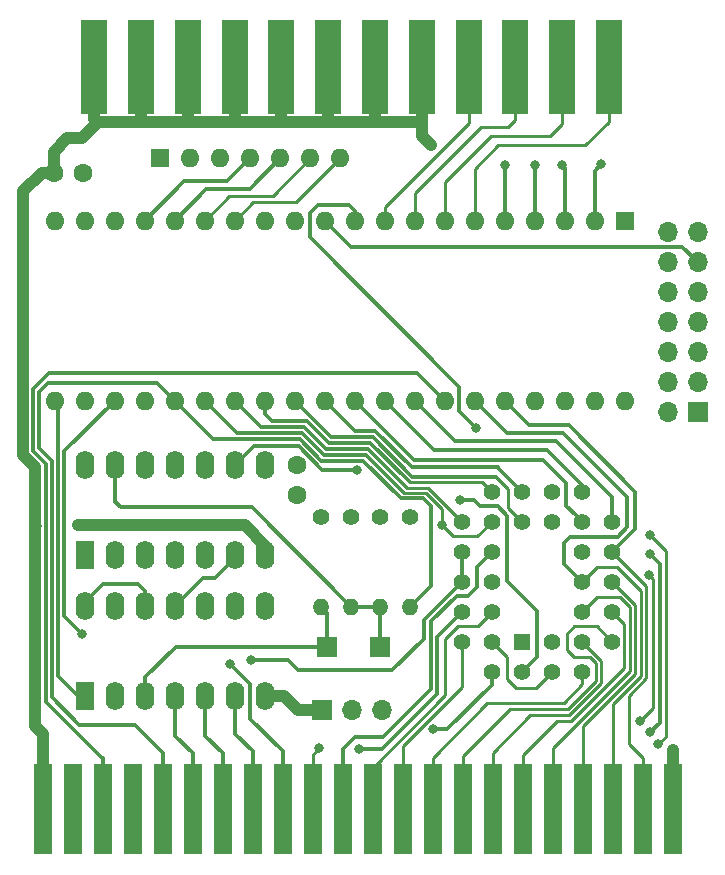
<source format=gbr>
%TF.GenerationSoftware,KiCad,Pcbnew,8.0.4*%
%TF.CreationDate,2024-08-11T23:39:21-04:00*%
%TF.ProjectId,RTC-Link2p,5254432d-4c69-46e6-9b32-702e6b696361,rev?*%
%TF.SameCoordinates,Original*%
%TF.FileFunction,Copper,L2,Bot*%
%TF.FilePolarity,Positive*%
%FSLAX46Y46*%
G04 Gerber Fmt 4.6, Leading zero omitted, Abs format (unit mm)*
G04 Created by KiCad (PCBNEW 8.0.4) date 2024-08-11 23:39:21*
%MOMM*%
%LPD*%
G01*
G04 APERTURE LIST*
%TA.AperFunction,ComponentPad*%
%ADD10C,1.400000*%
%TD*%
%TA.AperFunction,ComponentPad*%
%ADD11O,1.400000X1.400000*%
%TD*%
%TA.AperFunction,ComponentPad*%
%ADD12R,1.600000X2.400000*%
%TD*%
%TA.AperFunction,ComponentPad*%
%ADD13O,1.600000X2.400000*%
%TD*%
%TA.AperFunction,ComponentPad*%
%ADD14R,1.600000X1.600000*%
%TD*%
%TA.AperFunction,ComponentPad*%
%ADD15O,1.600000X1.600000*%
%TD*%
%TA.AperFunction,ConnectorPad*%
%ADD16R,1.524000X7.620000*%
%TD*%
%TA.AperFunction,ComponentPad*%
%ADD17R,1.700000X1.700000*%
%TD*%
%TA.AperFunction,ComponentPad*%
%ADD18O,1.700000X1.700000*%
%TD*%
%TA.AperFunction,ComponentPad*%
%ADD19C,1.600000*%
%TD*%
%TA.AperFunction,ComponentPad*%
%ADD20R,1.422400X1.422400*%
%TD*%
%TA.AperFunction,ComponentPad*%
%ADD21C,1.422400*%
%TD*%
%TA.AperFunction,ConnectorPad*%
%ADD22R,2.286000X8.000000*%
%TD*%
%TA.AperFunction,ViaPad*%
%ADD23C,0.800000*%
%TD*%
%TA.AperFunction,Conductor*%
%ADD24C,0.300000*%
%TD*%
%TA.AperFunction,Conductor*%
%ADD25C,1.000000*%
%TD*%
%TA.AperFunction,Conductor*%
%ADD26C,0.250000*%
%TD*%
G04 APERTURE END LIST*
D10*
%TO.P,R10,1*%
%TO.N,5V*%
X149250000Y-88250000D03*
D11*
%TO.P,R10,2*%
%TO.N,Net-(J2-Pin_1)*%
X149250000Y-95870000D03*
%TD*%
D12*
%TO.P,U2,1*%
%TO.N,R{slash}~{W}*%
X129260000Y-103460000D03*
D13*
%TO.P,U2,2*%
%TO.N,Net-(U2-Pad2)*%
X131800000Y-103460000D03*
%TO.P,U2,3*%
%TO.N,Net-(J2-Pin_1)*%
X134340000Y-103460000D03*
%TO.P,U2,4*%
%TO.N,A15*%
X136880000Y-103460000D03*
%TO.P,U2,5*%
%TO.N,A14*%
X139420000Y-103460000D03*
%TO.P,U2,6*%
%TO.N,A13*%
X141960000Y-103460000D03*
%TO.P,U2,7,GND*%
%TO.N,GND*%
X144500000Y-103460000D03*
%TO.P,U2,8*%
%TO.N,~{GAME}*%
X144500000Y-95840000D03*
%TO.P,U2,9*%
%TO.N,N/C*%
X141960000Y-95840000D03*
%TO.P,U2,10*%
X139420000Y-95840000D03*
%TO.P,U2,11*%
%TO.N,Net-(U2-Pad11)*%
X136880000Y-95840000D03*
%TO.P,U2,12*%
%TO.N,5V*%
X134340000Y-95840000D03*
%TO.P,U2,13*%
%TO.N,N/C*%
X131800000Y-95840000D03*
%TO.P,U2,14,VCC*%
%TO.N,5V*%
X129260000Y-95840000D03*
%TD*%
D14*
%TO.P,U1,1,VSS*%
%TO.N,GND*%
X174925000Y-63165000D03*
D15*
%TO.P,U1,2,PA0*%
%TO.N,PA0*%
X172385000Y-63165000D03*
%TO.P,U1,3,PA1*%
%TO.N,PA1*%
X169845000Y-63165000D03*
%TO.P,U1,4,PA2*%
%TO.N,PA2*%
X167305000Y-63165000D03*
%TO.P,U1,5,PA3*%
%TO.N,PA3*%
X164765000Y-63165000D03*
%TO.P,U1,6,PA4*%
%TO.N,PA4*%
X162225000Y-63165000D03*
%TO.P,U1,7,PA5*%
%TO.N,PA5*%
X159685000Y-63165000D03*
%TO.P,U1,8,PA6*%
%TO.N,PA6*%
X157145000Y-63165000D03*
%TO.P,U1,9,PA7*%
%TO.N,PA7*%
X154605000Y-63165000D03*
%TO.P,U1,10,PB0*%
%TO.N,PB0*%
X152065000Y-63165000D03*
%TO.P,U1,11,PB1*%
%TO.N,PB1*%
X149525000Y-63165000D03*
%TO.P,U1,12,PB2*%
%TO.N,PB2*%
X146985000Y-63165000D03*
%TO.P,U1,13,PB3*%
%TO.N,PB3*%
X144445000Y-63165000D03*
%TO.P,U1,14,PB4*%
%TO.N,PB4*%
X141905000Y-63165000D03*
%TO.P,U1,15,PB5*%
%TO.N,PB5*%
X139365000Y-63165000D03*
%TO.P,U1,16,PB6*%
%TO.N,PB6*%
X136825000Y-63165000D03*
%TO.P,U1,17,PB7*%
%TO.N,PB7*%
X134285000Y-63165000D03*
%TO.P,U1,18,CB1*%
%TO.N,unconnected-(U1-CB1-Pad18)*%
X131745000Y-63165000D03*
%TO.P,U1,19,CB2*%
%TO.N,unconnected-(U1-CB2-Pad19)*%
X129205000Y-63165000D03*
%TO.P,U1,20,VCC*%
%TO.N,5V*%
X126665000Y-63165000D03*
%TO.P,U1,21,R/~{W}*%
%TO.N,R{slash}~{W}*%
X126665000Y-78405000D03*
%TO.P,U1,22,CS0*%
%TO.N,5V*%
X129205000Y-78405000D03*
%TO.P,U1,23,~{CS2}*%
%TO.N,~{IO1}*%
X131745000Y-78405000D03*
%TO.P,U1,24,CS1*%
%TO.N,5V*%
X134285000Y-78405000D03*
%TO.P,U1,25,ENABLE*%
%TO.N,PHI2*%
X136825000Y-78405000D03*
%TO.P,U1,26,D7*%
%TO.N,D7*%
X139365000Y-78405000D03*
%TO.P,U1,27,D6*%
%TO.N,D6*%
X141905000Y-78405000D03*
%TO.P,U1,28,D5*%
%TO.N,D5*%
X144445000Y-78405000D03*
%TO.P,U1,29,D4*%
%TO.N,D4*%
X146985000Y-78405000D03*
%TO.P,U1,30,D3*%
%TO.N,D3*%
X149525000Y-78405000D03*
%TO.P,U1,31,D2*%
%TO.N,D2*%
X152065000Y-78405000D03*
%TO.P,U1,32,D1*%
%TO.N,D1*%
X154605000Y-78405000D03*
%TO.P,U1,33,D0*%
%TO.N,D0*%
X157145000Y-78405000D03*
%TO.P,U1,34,~{RESET}*%
%TO.N,~{RESET}*%
X159685000Y-78405000D03*
%TO.P,U1,35,RS1*%
%TO.N,A1*%
X162225000Y-78405000D03*
%TO.P,U1,36,RS0*%
%TO.N,A0*%
X164765000Y-78405000D03*
%TO.P,U1,37,~{IRQB}*%
%TO.N,unconnected-(U1-~{IRQB}-Pad37)*%
X167305000Y-78405000D03*
%TO.P,U1,38,~{IRQA}*%
%TO.N,unconnected-(U1-~{IRQA}-Pad38)*%
X169845000Y-78405000D03*
%TO.P,U1,39,CA2*%
%TO.N,CA2*%
X172385000Y-78405000D03*
%TO.P,U1,40,CA1*%
%TO.N,CA1*%
X174925000Y-78405000D03*
%TD*%
D16*
%TO.P,P1,23,GND*%
%TO.N,GND*%
X125660000Y-113000000D03*
%TO.P,P1,24,~{ROMH}*%
%TO.N,unconnected-(P1-~{ROMH}-Pad24)*%
X128200000Y-113000000D03*
%TO.P,P1,25,~{RESET}*%
%TO.N,~{RESET}*%
X130740000Y-113000000D03*
%TO.P,P1,26,~{NMI}*%
%TO.N,unconnected-(P1-~{NMI}-Pad26)*%
X133280000Y-113000000D03*
%TO.P,P1,27,PHI2*%
%TO.N,PHI2*%
X135820000Y-113000000D03*
%TO.P,P1,28,A15*%
%TO.N,A15*%
X138360000Y-113000000D03*
%TO.P,P1,29,A14*%
%TO.N,A14*%
X140900000Y-113000000D03*
%TO.P,P1,30,A13*%
%TO.N,A13*%
X143440000Y-113000000D03*
%TO.P,P1,31,A12*%
%TO.N,A12*%
X145980000Y-113000000D03*
%TO.P,P1,32,A11*%
%TO.N,A11*%
X148520000Y-113000000D03*
%TO.P,P1,33,A10*%
%TO.N,A10*%
X151060000Y-113000000D03*
%TO.P,P1,34,A9*%
%TO.N,A9*%
X153600000Y-113000000D03*
%TO.P,P1,35,A8*%
%TO.N,A8*%
X156140000Y-113000000D03*
%TO.P,P1,36,A7*%
%TO.N,A7*%
X158680000Y-113000000D03*
%TO.P,P1,37,A6*%
%TO.N,A6*%
X161220000Y-113000000D03*
%TO.P,P1,38,A5*%
%TO.N,A5*%
X163760000Y-113000000D03*
%TO.P,P1,39,A4*%
%TO.N,A4*%
X166300000Y-113000000D03*
%TO.P,P1,40,A3*%
%TO.N,A3*%
X168840000Y-113000000D03*
%TO.P,P1,41,A2*%
%TO.N,A2*%
X171380000Y-113000000D03*
%TO.P,P1,42,A1*%
%TO.N,A1*%
X173920000Y-113000000D03*
%TO.P,P1,43,A0*%
%TO.N,A0*%
X176460000Y-113000000D03*
%TO.P,P1,44,GND*%
%TO.N,GND*%
X179000000Y-113000000D03*
%TD*%
D17*
%TO.P,J4,1,Pin_1*%
%TO.N,GND*%
X149301200Y-104622600D03*
D18*
%TO.P,J4,2,Pin_2*%
%TO.N,Net-(J4-Pin_2)*%
X151841200Y-104622600D03*
%TO.P,J4,3,Pin_3*%
%TO.N,5V*%
X154381200Y-104622600D03*
%TD*%
D17*
%TO.P,J3,1,Pin_1*%
%TO.N,Net-(J3-Pin_1)*%
X154250000Y-99245000D03*
%TD*%
D19*
%TO.P,C1,1*%
%TO.N,5V*%
X129100000Y-59100000D03*
%TO.P,C1,2*%
%TO.N,GND*%
X126600000Y-59100000D03*
%TD*%
D10*
%TO.P,R7,1*%
%TO.N,5V*%
X151750000Y-88250000D03*
D11*
%TO.P,R7,2*%
%TO.N,Net-(J3-Pin_1)*%
X151750000Y-95870000D03*
%TD*%
D14*
%TO.P,RN1,1,common*%
%TO.N,5V*%
X135559800Y-57835800D03*
D15*
%TO.P,RN1,2,R1*%
%TO.N,CA2*%
X138099800Y-57835800D03*
%TO.P,RN1,3,R2*%
%TO.N,PB2*%
X140639800Y-57835800D03*
%TO.P,RN1,4,R3*%
%TO.N,PB7*%
X143179800Y-57835800D03*
%TO.P,RN1,5,R4*%
%TO.N,PB6*%
X145719800Y-57835800D03*
%TO.P,RN1,6,R5*%
%TO.N,PB5*%
X148259800Y-57835800D03*
%TO.P,RN1,7,R6*%
%TO.N,PB4*%
X150799800Y-57835800D03*
%TD*%
D17*
%TO.P,J1,1,Pin_1*%
%TO.N,GND*%
X181100000Y-79400000D03*
D18*
%TO.P,J1,2,Pin_2*%
X178560000Y-79400000D03*
%TO.P,J1,3,Pin_3*%
%TO.N,PA7*%
X181100000Y-76860000D03*
%TO.P,J1,4,Pin_4*%
%TO.N,CA1*%
X178560000Y-76860000D03*
%TO.P,J1,5,Pin_5*%
%TO.N,PA5*%
X181100000Y-74320000D03*
%TO.P,J1,6,Pin_6*%
%TO.N,PA6*%
X178560000Y-74320000D03*
%TO.P,J1,7,Pin_7*%
%TO.N,PA3*%
X181100000Y-71780000D03*
%TO.P,J1,8,Pin_8*%
%TO.N,PA4*%
X178560000Y-71780000D03*
%TO.P,J1,9,Pin_9*%
%TO.N,PA1*%
X181100000Y-69240000D03*
%TO.P,J1,10,Pin_10*%
%TO.N,PA2*%
X178560000Y-69240000D03*
%TO.P,J1,11,Pin_11*%
%TO.N,PB1*%
X181100000Y-66700000D03*
%TO.P,J1,12,Pin_12*%
%TO.N,PA0*%
X178560000Y-66700000D03*
%TO.P,J1,13,Pin_13*%
%TO.N,GND*%
X181100000Y-64160000D03*
%TO.P,J1,14,Pin_14*%
X178560000Y-64160000D03*
%TD*%
D20*
%TO.P,U5,1,NC*%
%TO.N,unconnected-(U5-NC-Pad1)*%
X166235000Y-98830000D03*
D21*
%TO.P,U5,2,A15*%
%TO.N,GND*%
X168775000Y-101370000D03*
%TO.P,U5,3,A12*%
%TO.N,PB0*%
X168775000Y-98830000D03*
%TO.P,U5,4,A7*%
%TO.N,A7*%
X171315000Y-101370000D03*
%TO.P,U5,5,A6*%
%TO.N,A6*%
X173855000Y-98830000D03*
%TO.P,U5,6,A5*%
%TO.N,A5*%
X171315000Y-98830000D03*
%TO.P,U5,7,A4*%
%TO.N,A4*%
X173855000Y-96290000D03*
%TO.P,U5,8,A3*%
%TO.N,A3*%
X171315000Y-96290000D03*
%TO.P,U5,9,A2*%
%TO.N,A2*%
X173855000Y-93750000D03*
%TO.P,U5,10,A1*%
%TO.N,A1*%
X171315000Y-93750000D03*
%TO.P,U5,11,A0*%
%TO.N,A0*%
X173855000Y-91210000D03*
%TO.P,U5,12,NC*%
%TO.N,unconnected-(U5-NC-Pad12)*%
X171315000Y-91210000D03*
%TO.P,U5,13,O0*%
%TO.N,D0*%
X173855000Y-88670000D03*
%TO.P,U5,14,O1*%
%TO.N,D1*%
X171315000Y-86130000D03*
%TO.P,U5,15,O2*%
%TO.N,D2*%
X171315000Y-88670000D03*
%TO.P,U5,16,GND*%
%TO.N,GND*%
X168775000Y-86130000D03*
%TO.P,U5,17,NC*%
%TO.N,unconnected-(U5-NC-Pad17)*%
X168775000Y-88670000D03*
%TO.P,U5,18,O3*%
%TO.N,D3*%
X166235000Y-86130000D03*
%TO.P,U5,19,O4*%
%TO.N,D4*%
X166235000Y-88670000D03*
%TO.P,U5,20,O5*%
%TO.N,D5*%
X163695000Y-86130000D03*
%TO.P,U5,21,O6*%
%TO.N,D6*%
X161155000Y-88670000D03*
%TO.P,U5,22,O7*%
%TO.N,D7*%
X163695000Y-88670000D03*
%TO.P,U5,23,~{CE}*%
%TO.N,~{GAME}*%
X161155000Y-91210000D03*
%TO.P,U5,24,A10*%
%TO.N,A10*%
X163695000Y-91210000D03*
%TO.P,U5,25,~{OE}/VPP*%
%TO.N,~{GAME}*%
X161155000Y-93750000D03*
%TO.P,U5,26,NC*%
%TO.N,unconnected-(U5-NC-Pad26)*%
X163695000Y-93750000D03*
%TO.P,U5,27,A11*%
%TO.N,A11*%
X161155000Y-96290000D03*
%TO.P,U5,28,A9*%
%TO.N,A9*%
X163695000Y-96290000D03*
%TO.P,U5,29,A8*%
%TO.N,A8*%
X161155000Y-98830000D03*
%TO.P,U5,30,A13*%
%TO.N,Net-(J4-Pin_2)*%
X163695000Y-101370000D03*
%TO.P,U5,31,A14*%
%TO.N,GND*%
X163695000Y-98830000D03*
%TO.P,U5,32,VCC*%
%TO.N,5V*%
X166235000Y-101370000D03*
%TD*%
D19*
%TO.P,C2,1*%
%TO.N,5V*%
X147200000Y-83900000D03*
%TO.P,C2,2*%
%TO.N,GND*%
X147200000Y-86400000D03*
%TD*%
D17*
%TO.P,J2,1,Pin_1*%
%TO.N,Net-(J2-Pin_1)*%
X149750000Y-99245000D03*
%TD*%
D22*
%TO.P,CN1,A*%
%TO.N,PA4*%
X173585000Y-50200000D03*
%TO.P,CN1,B*%
%TO.N,PA5*%
X169625000Y-50200000D03*
%TO.P,CN1,C*%
%TO.N,PA6*%
X165665000Y-50200000D03*
%TO.P,CN1,D*%
%TO.N,PA7*%
X161705000Y-50200000D03*
%TO.P,CN1,E*%
%TO.N,GND*%
X157745000Y-50200000D03*
%TO.P,CN1,F*%
X153785000Y-50200000D03*
%TO.P,CN1,H*%
X149825000Y-50200000D03*
%TO.P,CN1,J*%
X145865000Y-50200000D03*
%TO.P,CN1,K*%
X141905000Y-50200000D03*
%TO.P,CN1,L*%
X137945000Y-50200000D03*
%TO.P,CN1,M*%
X133985000Y-50200000D03*
%TO.P,CN1,N*%
X130025000Y-50200000D03*
%TD*%
D10*
%TO.P,R9,1*%
%TO.N,5V*%
X156750000Y-88250000D03*
D11*
%TO.P,R9,2*%
%TO.N,PHI2*%
X156750000Y-95870000D03*
%TD*%
D10*
%TO.P,R8,1*%
%TO.N,5V*%
X154250000Y-88250000D03*
D11*
%TO.P,R8,2*%
%TO.N,Net-(J3-Pin_1)*%
X154250000Y-95870000D03*
%TD*%
D12*
%TO.P,U3,1*%
%TO.N,unconnected-(U3-Pad1)*%
X129260000Y-91460000D03*
D13*
%TO.P,U3,2*%
%TO.N,unconnected-(U3-Pad2)*%
X131800000Y-91460000D03*
%TO.P,U3,3*%
%TO.N,unconnected-(U3-Pad3)*%
X134340000Y-91460000D03*
%TO.P,U3,4*%
%TO.N,A12*%
X136880000Y-91460000D03*
%TO.P,U3,5*%
X139420000Y-91460000D03*
%TO.P,U3,6*%
%TO.N,Net-(U2-Pad11)*%
X141960000Y-91460000D03*
%TO.P,U3,7,GND*%
%TO.N,GND*%
X144500000Y-91460000D03*
%TO.P,U3,8*%
%TO.N,Net-(U2-Pad2)*%
X144500000Y-83840000D03*
%TO.P,U3,9*%
%TO.N,PB0*%
X141960000Y-83840000D03*
%TO.P,U3,10*%
%TO.N,Net-(U3-Pad10)*%
X139420000Y-83840000D03*
%TO.P,U3,11*%
X136880000Y-83840000D03*
%TO.P,U3,12*%
%TO.N,Net-(J3-Pin_1)*%
X134340000Y-83840000D03*
%TO.P,U3,13*%
X131800000Y-83840000D03*
%TO.P,U3,14,VCC*%
%TO.N,5V*%
X129260000Y-83840000D03*
%TD*%
D23*
%TO.N,~{IO1}*%
X128960000Y-98160000D03*
%TO.N,GND*%
X125200000Y-89000000D03*
X179000000Y-108000000D03*
X158500000Y-56750000D03*
X130302000Y-54864000D03*
X128600000Y-88960000D03*
X125660000Y-107750000D03*
%TO.N,5V*%
X160985200Y-86868000D03*
%TO.N,D7*%
X159461200Y-88976200D03*
%TO.N,D2*%
X176200000Y-105500000D03*
X177000000Y-93200000D03*
%TO.N,D1*%
X177100000Y-106500000D03*
X177038000Y-91389200D03*
%TO.N,D0*%
X177038500Y-89788500D03*
X177775000Y-107475000D03*
%TO.N,A12*%
X141542200Y-100748400D03*
%TO.N,A11*%
X149047200Y-107848400D03*
X152450800Y-107924600D03*
%TO.N,PA0*%
X172948600Y-58394600D03*
%TO.N,PA1*%
X169621200Y-58470800D03*
%TO.N,PA2*%
X167305000Y-58470800D03*
%TO.N,PA3*%
X164765000Y-58496200D03*
%TO.N,PB0*%
X162329182Y-80723418D03*
X152300000Y-84250000D03*
%TO.N,~{GAME}*%
X143260000Y-100355400D03*
%TO.N,Net-(J4-Pin_2)*%
X158692600Y-106248200D03*
%TD*%
D24*
%TO.N,~{RESET}*%
X157353000Y-76073000D02*
X159685000Y-78405000D01*
X126212600Y-76073000D02*
X157353000Y-76073000D01*
X124850000Y-77435600D02*
X126212600Y-76073000D01*
X124850000Y-82647918D02*
X124850000Y-77435600D01*
X125950000Y-103950000D02*
X125950000Y-83747918D01*
X130700000Y-108700000D02*
X125950000Y-103950000D01*
X130740000Y-108700000D02*
X130700000Y-108700000D01*
X130740000Y-113000000D02*
X130740000Y-108700000D01*
X125950000Y-83747918D02*
X124850000Y-82647918D01*
%TO.N,PHI2*%
X135820000Y-108210200D02*
X135820000Y-113000000D01*
X128752600Y-105841800D02*
X133451600Y-105841800D01*
X133451600Y-105841800D02*
X135820000Y-108210200D01*
X125350000Y-77650000D02*
X125350000Y-82440812D01*
X125350000Y-82440812D02*
X126450000Y-83540812D01*
X126114200Y-76885800D02*
X125350000Y-77650000D01*
X135305800Y-76885800D02*
X126114200Y-76885800D01*
X136825000Y-78405000D02*
X135305800Y-76885800D01*
X126450000Y-83540812D02*
X126450000Y-103539200D01*
X126450000Y-103539200D02*
X128752600Y-105841800D01*
D25*
%TO.N,GND*%
X147238000Y-104622600D02*
X149301200Y-104622600D01*
X146075400Y-103460000D02*
X147238000Y-104622600D01*
X146075400Y-103460000D02*
X144500000Y-103460000D01*
D24*
%TO.N,A10*%
X162407600Y-92497400D02*
X163695000Y-91210000D01*
X162407600Y-94157800D02*
X162407600Y-92497400D01*
X160705800Y-94945200D02*
X161620200Y-94945200D01*
X158546800Y-102844600D02*
X158546800Y-97104200D01*
X158546800Y-97104200D02*
X160705800Y-94945200D01*
X154482800Y-106908600D02*
X158546800Y-102844600D01*
X152069800Y-106908600D02*
X154482800Y-106908600D01*
X151060000Y-107918400D02*
X152069800Y-106908600D01*
X151060000Y-113000000D02*
X151060000Y-107918400D01*
X161620200Y-94945200D02*
X162407600Y-94157800D01*
D26*
%TO.N,A11*%
X148520000Y-108375600D02*
X148520000Y-113000000D01*
X149047200Y-107848400D02*
X148520000Y-108375600D01*
D24*
X154381200Y-107924600D02*
X159054800Y-103251000D01*
X152450800Y-107924600D02*
X154381200Y-107924600D01*
X159054800Y-103251000D02*
X159054800Y-98390200D01*
X159054800Y-98390200D02*
X161155000Y-96290000D01*
D26*
%TO.N,A9*%
X160831200Y-97500000D02*
X162485000Y-97500000D01*
X159750000Y-98581200D02*
X160831200Y-97500000D01*
X153600000Y-109493200D02*
X159750000Y-103343200D01*
X162485000Y-97500000D02*
X163695000Y-96290000D01*
X153600000Y-113000000D02*
X153600000Y-109493200D01*
X159750000Y-103343200D02*
X159750000Y-98581200D01*
%TO.N,A8*%
X161155000Y-102649400D02*
X161155000Y-98830000D01*
X156140000Y-107664400D02*
X161155000Y-102649400D01*
X156140000Y-113000000D02*
X156140000Y-107664400D01*
D24*
%TO.N,Net-(J4-Pin_2)*%
X159918400Y-106248200D02*
X163695000Y-102471600D01*
X158692600Y-106248200D02*
X159918400Y-106248200D01*
X163695000Y-102471600D02*
X163695000Y-101370000D01*
%TO.N,PA1*%
X169845000Y-58694600D02*
X169845000Y-63165000D01*
X169621200Y-58470800D02*
X169845000Y-58694600D01*
%TO.N,PA2*%
X167305000Y-58470800D02*
X167305000Y-63165000D01*
%TO.N,PA3*%
X164765000Y-58496200D02*
X164765000Y-63165000D01*
%TO.N,PA0*%
X172385000Y-58958200D02*
X172385000Y-63165000D01*
X172948600Y-58394600D02*
X172385000Y-58958200D01*
%TO.N,Net-(J2-Pin_1)*%
X134340000Y-101803800D02*
X134340000Y-103460000D01*
X136898800Y-99245000D02*
X134340000Y-101803800D01*
X149750000Y-99245000D02*
X136898800Y-99245000D01*
%TO.N,A12*%
X145980000Y-108102400D02*
X145980000Y-113000000D01*
X143205200Y-105327600D02*
X145980000Y-108102400D01*
X143205200Y-102411400D02*
X143205200Y-105327600D01*
X141542200Y-100748400D02*
X143205200Y-102411400D01*
%TO.N,A13*%
X141960000Y-106603200D02*
X141960000Y-103460000D01*
X143440000Y-108083200D02*
X141960000Y-106603200D01*
X143440000Y-113000000D02*
X143440000Y-108083200D01*
%TO.N,A14*%
X139420000Y-106806400D02*
X139420000Y-103460000D01*
X140900000Y-113000000D02*
X140900000Y-108286400D01*
X140900000Y-108286400D02*
X139420000Y-106806400D01*
%TO.N,A15*%
X138360000Y-108286400D02*
X136880000Y-106806400D01*
X136880000Y-106806400D02*
X136880000Y-103460000D01*
X138360000Y-113000000D02*
X138360000Y-108286400D01*
D26*
%TO.N,A4*%
X174891200Y-97326200D02*
X173855000Y-96290000D01*
X174891200Y-101079800D02*
X174891200Y-97326200D01*
X169187600Y-105562400D02*
X170408600Y-105562400D01*
X166300000Y-113000000D02*
X166300000Y-108450000D01*
X166300000Y-108450000D02*
X169187600Y-105562400D01*
X170408600Y-105562400D02*
X174891200Y-101079800D01*
%TO.N,A5*%
X170230800Y-105054400D02*
X172955000Y-102330200D01*
X166945600Y-105054400D02*
X170230800Y-105054400D01*
X172955000Y-100470000D02*
X171315000Y-98830000D01*
X163760000Y-108240000D02*
X166945600Y-105054400D01*
X172955000Y-102330200D02*
X172955000Y-100470000D01*
X163760000Y-113000000D02*
X163760000Y-108240000D01*
%TO.N,A6*%
X172561000Y-97536000D02*
X173855000Y-98830000D01*
X170662600Y-97536000D02*
X172561000Y-97536000D01*
X170005000Y-98193600D02*
X170662600Y-97536000D01*
X170005000Y-99500000D02*
X170005000Y-98193600D01*
X171950004Y-100101400D02*
X170606400Y-100101400D01*
X172505000Y-102119800D02*
X172505000Y-100656396D01*
X165229000Y-104521000D02*
X170103800Y-104521000D01*
X161220000Y-108530000D02*
X165229000Y-104521000D01*
X170103800Y-104521000D02*
X172505000Y-102119800D01*
X161220000Y-113000000D02*
X161220000Y-108530000D01*
X170606400Y-100101400D02*
X170005000Y-99500000D01*
X172505000Y-100656396D02*
X171950004Y-100101400D01*
%TO.N,A7*%
X171315000Y-102446200D02*
X171315000Y-101370000D01*
X169748200Y-104013000D02*
X171315000Y-102446200D01*
X163296600Y-104013000D02*
X169748200Y-104013000D01*
X158680000Y-113000000D02*
X158680000Y-108629600D01*
X158680000Y-108629600D02*
X163296600Y-104013000D01*
%TO.N,GND*%
X165735000Y-102717600D02*
X167427400Y-102717600D01*
X164973000Y-100101400D02*
X164973000Y-101955600D01*
X163701600Y-98830000D02*
X164973000Y-100101400D01*
X164973000Y-101955600D02*
X165735000Y-102717600D01*
X167427400Y-102717600D02*
X168775000Y-101370000D01*
X163695000Y-98830000D02*
X163701600Y-98830000D01*
D24*
%TO.N,5V*%
X167513000Y-100092000D02*
X166235000Y-101370000D01*
X164973000Y-93675200D02*
X167513000Y-96215200D01*
X164185600Y-87376000D02*
X164973000Y-88163400D01*
X162153600Y-86868000D02*
X162661600Y-87376000D01*
X164973000Y-88163400D02*
X164973000Y-93675200D01*
X160985200Y-86868000D02*
X162153600Y-86868000D01*
X162661600Y-87376000D02*
X164185600Y-87376000D01*
X167513000Y-96215200D02*
X167513000Y-100092000D01*
%TO.N,~{GAME}*%
X157937200Y-96967800D02*
X161155000Y-93750000D01*
X147300200Y-101250000D02*
X155250000Y-101250000D01*
X146405600Y-100355400D02*
X147300200Y-101250000D01*
X157937200Y-98562800D02*
X157937200Y-96967800D01*
X143260000Y-100355400D02*
X146405600Y-100355400D01*
X155250000Y-101250000D02*
X157937200Y-98562800D01*
D26*
%TO.N,A1*%
X172558200Y-92506800D02*
X171315000Y-93750000D01*
X174261800Y-92506800D02*
X172558200Y-92506800D01*
X176302500Y-101725900D02*
X176302500Y-94547500D01*
X176302500Y-94547500D02*
X174261800Y-92506800D01*
X173920000Y-104108400D02*
X176302500Y-101725900D01*
X173920000Y-113000000D02*
X173920000Y-104108400D01*
D24*
%TO.N,D2*%
X170000000Y-87355000D02*
X170772500Y-88127500D01*
X168021000Y-83413600D02*
X170000000Y-85392600D01*
X157073600Y-83413600D02*
X168021000Y-83413600D01*
X170000000Y-85392600D02*
X170000000Y-87355000D01*
X152065000Y-78405000D02*
X157073600Y-83413600D01*
%TO.N,D1*%
X168325800Y-82575400D02*
X171315000Y-85564600D01*
X158775400Y-82575400D02*
X168325800Y-82575400D01*
X171315000Y-85564600D02*
X171315000Y-86130000D01*
X154605000Y-78405000D02*
X158775400Y-82575400D01*
%TO.N,D0*%
X169087800Y-81813400D02*
X173855000Y-86580600D01*
X173855000Y-86580600D02*
X173855000Y-88670000D01*
X162985661Y-81813400D02*
X169087800Y-81813400D01*
X160556318Y-81816318D02*
X162982743Y-81816318D01*
X162982743Y-81816318D02*
X162985661Y-81813400D01*
X157145000Y-78405000D02*
X160556318Y-81816318D01*
%TO.N,A1*%
X169815000Y-92250000D02*
X171315000Y-93750000D01*
X170313600Y-89941400D02*
X169755000Y-90500000D01*
X174320200Y-89941400D02*
X170313600Y-89941400D01*
X175107600Y-89154000D02*
X174320200Y-89941400D01*
X175107600Y-86588600D02*
X175107600Y-89154000D01*
X169755000Y-92250000D02*
X169815000Y-92250000D01*
X164973000Y-81153000D02*
X169672000Y-81153000D01*
X169672000Y-81153000D02*
X175107600Y-86588600D01*
X162225000Y-78405000D02*
X164973000Y-81153000D01*
X169755000Y-90500000D02*
X169755000Y-92250000D01*
%TO.N,A0*%
X175818800Y-86131400D02*
X175818800Y-89246200D01*
X166852600Y-80492600D02*
X170180000Y-80492600D01*
X170180000Y-80492600D02*
X175818800Y-86131400D01*
X175818800Y-89246200D02*
X173855000Y-91210000D01*
X164765000Y-78405000D02*
X166852600Y-80492600D01*
D26*
%TO.N,D0*%
X178400000Y-106850000D02*
X177775000Y-107475000D01*
X178400000Y-91150000D02*
X178400000Y-106850000D01*
X177038500Y-89788500D02*
X178400000Y-91150000D01*
D24*
%TO.N,D1*%
X177900000Y-105700000D02*
X177100000Y-106500000D01*
X177900000Y-92251200D02*
X177900000Y-105700000D01*
X177038000Y-91389200D02*
X177900000Y-92251200D01*
D26*
%TO.N,A0*%
X176752500Y-94107500D02*
X173855000Y-91210000D01*
X175300000Y-103388800D02*
X176752500Y-101936300D01*
X175300000Y-107500000D02*
X175300000Y-103388800D01*
X176460000Y-108660000D02*
X175300000Y-107500000D01*
X176460000Y-113000000D02*
X176460000Y-108660000D01*
X176752500Y-101936300D02*
X176752500Y-94107500D01*
%TO.N,A2*%
X175802500Y-95697500D02*
X173855000Y-93750000D01*
X175802500Y-101540100D02*
X175802500Y-95697500D01*
X171380000Y-105962600D02*
X175802500Y-101540100D01*
X171380000Y-113000000D02*
X171380000Y-105962600D01*
%TO.N,A3*%
X168840000Y-107791400D02*
X168840000Y-113000000D01*
X175341200Y-101290200D02*
X168840000Y-107791400D01*
X175341200Y-95872596D02*
X175341200Y-101290200D01*
X174515404Y-95046800D02*
X175341200Y-95872596D01*
X172558200Y-95046800D02*
X174515404Y-95046800D01*
X171315000Y-96290000D02*
X172558200Y-95046800D01*
%TO.N,D7*%
X156206803Y-86221879D02*
X156142462Y-86157538D01*
X158070483Y-86221879D02*
X156206803Y-86221879D01*
X159461200Y-87612596D02*
X158070483Y-86221879D01*
X159461200Y-88976200D02*
X159461200Y-87612596D01*
X162449000Y-89916000D02*
X163695000Y-88670000D01*
X160401000Y-89916000D02*
X162449000Y-89916000D01*
X159461200Y-88976200D02*
X160401000Y-89916000D01*
%TO.N,PA4*%
X171571400Y-56800000D02*
X173585000Y-54786400D01*
X164200000Y-56800000D02*
X171571400Y-56800000D01*
X162225000Y-58775000D02*
X164200000Y-56800000D01*
X173585000Y-54786400D02*
X173585000Y-50200000D01*
X162225000Y-63165000D02*
X162225000Y-58775000D01*
%TO.N,PA5*%
X169625000Y-55012600D02*
X169625000Y-50200000D01*
X168612600Y-56025000D02*
X169625000Y-55012600D01*
X163575000Y-56025000D02*
X168612600Y-56025000D01*
X159685000Y-59915000D02*
X163575000Y-56025000D01*
X159685000Y-63165000D02*
X159685000Y-59915000D01*
%TO.N,PB4*%
X143449600Y-61620400D02*
X141905000Y-63165000D01*
X147119600Y-61620400D02*
X143449600Y-61620400D01*
X150940000Y-57800000D02*
X147119600Y-61620400D01*
%TO.N,PB5*%
X145113000Y-61087000D02*
X141443000Y-61087000D01*
X141443000Y-61087000D02*
X139365000Y-63165000D01*
X148400000Y-57800000D02*
X145113000Y-61087000D01*
D24*
%TO.N,PB6*%
X139512600Y-60477400D02*
X136825000Y-63165000D01*
X143182600Y-60477400D02*
X139512600Y-60477400D01*
X145860000Y-57800000D02*
X143182600Y-60477400D01*
%TO.N,PB7*%
X137607600Y-59842400D02*
X134285000Y-63165000D01*
X141277600Y-59842400D02*
X137607600Y-59842400D01*
X143320000Y-57800000D02*
X141277600Y-59842400D01*
%TO.N,PB0*%
X152065000Y-62365000D02*
X152065000Y-63165000D01*
X148966000Y-61849000D02*
X151549000Y-61849000D01*
X148259800Y-64559800D02*
X148259800Y-62555200D01*
X160934400Y-77234400D02*
X148259800Y-64559800D01*
X148259800Y-62555200D02*
X148966000Y-61849000D01*
X151549000Y-61849000D02*
X152065000Y-62365000D01*
X160934400Y-79328636D02*
X160934400Y-77234400D01*
X162329182Y-80723418D02*
X160934400Y-79328636D01*
%TO.N,D4*%
X156953122Y-84846879D02*
X164051879Y-84846879D01*
X156953122Y-84846876D02*
X156953122Y-84846879D01*
X150080000Y-81500000D02*
X153606246Y-81500000D01*
X153606246Y-81500000D02*
X156953122Y-84846876D01*
X146985000Y-78405000D02*
X150080000Y-81500000D01*
X164051879Y-84846879D02*
X165005000Y-85800000D01*
%TO.N,D3*%
X164305000Y-84200000D02*
X166235000Y-86130000D01*
X156887352Y-84074000D02*
X164185600Y-84074000D01*
X153813352Y-81000000D02*
X156887352Y-84074000D01*
X164185600Y-84074000D02*
X164305000Y-84193400D01*
X164305000Y-84193400D02*
X164305000Y-84200000D01*
X152120000Y-81000000D02*
X153813352Y-81000000D01*
X149525000Y-78405000D02*
X152120000Y-81000000D01*
D25*
%TO.N,GND*%
X126600000Y-57346800D02*
X126600000Y-59100000D01*
X127736600Y-56210200D02*
X126600000Y-57346800D01*
X128955800Y-56210200D02*
X127736600Y-56210200D01*
X130302000Y-54864000D02*
X128955800Y-56210200D01*
X125558000Y-59100000D02*
X126600000Y-59100000D01*
X125000000Y-106000000D02*
X125000000Y-84000000D01*
X125000000Y-84000000D02*
X124000000Y-83000000D01*
X125660000Y-106660000D02*
X125000000Y-106000000D01*
X125660000Y-107750000D02*
X125660000Y-106660000D01*
X124000000Y-83000000D02*
X124000000Y-60658000D01*
X124000000Y-60658000D02*
X125558000Y-59100000D01*
D26*
%TO.N,D4*%
X165065000Y-85860000D02*
X165005000Y-85800000D01*
X165065000Y-87500000D02*
X165065000Y-85860000D01*
D24*
%TO.N,~{IO1}*%
X127450000Y-82700000D02*
X131745000Y-78405000D01*
X127450000Y-96650000D02*
X127450000Y-82700000D01*
X128960000Y-98160000D02*
X127450000Y-96650000D01*
D25*
%TO.N,GND*%
X179000000Y-113000000D02*
X179000000Y-108000000D01*
X145865000Y-50200000D02*
X145865000Y-54679000D01*
X153785000Y-50200000D02*
X153785000Y-54725000D01*
X128600000Y-88960000D02*
X142760000Y-88960000D01*
X149825000Y-50200000D02*
X149825000Y-54829000D01*
X157734000Y-54864000D02*
X157734000Y-50211000D01*
X130025000Y-54587000D02*
X130025000Y-50200000D01*
X144500000Y-90700000D02*
X144500000Y-91460000D01*
X130302000Y-54864000D02*
X130025000Y-54587000D01*
X157734000Y-54864000D02*
X130302000Y-54864000D01*
X141905000Y-50200000D02*
X141905000Y-54783000D01*
X137945000Y-50200000D02*
X137945000Y-54633000D01*
X142760000Y-88960000D02*
X144500000Y-90700000D01*
X157734000Y-55984000D02*
X158500000Y-56750000D01*
X125660000Y-113000000D02*
X125660000Y-107750000D01*
X133985000Y-50200000D02*
X133985000Y-54737000D01*
X157734000Y-54864000D02*
X157734000Y-55984000D01*
D24*
%TO.N,5V*%
X134340000Y-94540000D02*
X133760000Y-93960000D01*
X133760000Y-93960000D02*
X130760000Y-93960000D01*
X129260000Y-95460000D02*
X129260000Y-95840000D01*
X130760000Y-93960000D02*
X129260000Y-95460000D01*
X134340000Y-95840000D02*
X134340000Y-94540000D01*
%TO.N,D7*%
X142110000Y-81150000D02*
X147608682Y-81150000D01*
X152984925Y-83000000D02*
X156142462Y-86157538D01*
X149458682Y-83000000D02*
X152984925Y-83000000D01*
X147608682Y-81150000D02*
X149458682Y-83000000D01*
X139365000Y-78405000D02*
X142110000Y-81150000D01*
D26*
%TO.N,D6*%
X158256879Y-85771879D02*
X156463911Y-85771879D01*
D24*
X149665788Y-82500000D02*
X153192032Y-82500000D01*
X147815788Y-80650000D02*
X149665788Y-82500000D01*
X141905000Y-78405000D02*
X144150000Y-80650000D01*
X153192032Y-82500000D02*
X156196016Y-85503984D01*
D26*
X161155000Y-88670000D02*
X158256879Y-85771879D01*
D24*
X144150000Y-80650000D02*
X147815788Y-80650000D01*
D26*
X156463911Y-85771879D02*
X156196016Y-85503984D01*
D24*
%TO.N,D5*%
X145050000Y-80150000D02*
X148022894Y-80150000D01*
X149872894Y-82000000D02*
X153399139Y-82000000D01*
X144445000Y-79545000D02*
X145050000Y-80150000D01*
X153399139Y-82000000D02*
X156549569Y-85150431D01*
X148022894Y-80150000D02*
X149872894Y-82000000D01*
X144445000Y-78405000D02*
X144445000Y-79545000D01*
D26*
X162886879Y-85321879D02*
X156721017Y-85321879D01*
X156721017Y-85321879D02*
X156549569Y-85150431D01*
X163695000Y-86130000D02*
X162886879Y-85321879D01*
%TO.N,D4*%
X166235000Y-88670000D02*
X165065000Y-87500000D01*
%TO.N,D2*%
X177300000Y-94600000D02*
X177300000Y-93500000D01*
X176200000Y-105500000D02*
X177300000Y-104400000D01*
X177300000Y-93500000D02*
X177000000Y-93200000D01*
X171315000Y-88670000D02*
X170772500Y-88127500D01*
X177300000Y-104400000D02*
X177300000Y-94600000D01*
D24*
%TO.N,PA4*%
X173585000Y-53999000D02*
X173585000Y-50200000D01*
D26*
%TO.N,PA6*%
X162745000Y-55255000D02*
X165055000Y-55255000D01*
X165665000Y-50200000D02*
X165665000Y-54500000D01*
X157145000Y-63165000D02*
X157145000Y-60855000D01*
X165055000Y-55255000D02*
X165665000Y-54645000D01*
X165665000Y-54645000D02*
X165665000Y-50200000D01*
X157145000Y-60855000D02*
X162745000Y-55255000D01*
D24*
%TO.N,PB0*%
X141960000Y-83840000D02*
X143510000Y-82290000D01*
X143510000Y-82290000D02*
X147334470Y-82290000D01*
X149294470Y-84250000D02*
X152300000Y-84250000D01*
X147334470Y-82290000D02*
X149294470Y-84250000D01*
%TO.N,PB1*%
X151760000Y-65400000D02*
X149525000Y-63165000D01*
X181100000Y-66700000D02*
X179800000Y-65400000D01*
X179800000Y-65400000D02*
X151760000Y-65400000D01*
D26*
%TO.N,PA7*%
X154605000Y-63165000D02*
X154605000Y-61995000D01*
X154605000Y-61995000D02*
X161705000Y-54895000D01*
X161705000Y-54895000D02*
X161705000Y-50200000D01*
D24*
%TO.N,R{slash}~{W}*%
X126950000Y-101700000D02*
X126950000Y-78690000D01*
X128750000Y-103500000D02*
X126950000Y-101700000D01*
X126950000Y-78690000D02*
X126665000Y-78405000D01*
%TO.N,~{GAME}*%
X161155000Y-93750000D02*
X161155000Y-91210000D01*
%TO.N,PHI2*%
X157873731Y-86696879D02*
X155974697Y-86696879D01*
X140070000Y-81650000D02*
X146100000Y-81650000D01*
X152777819Y-83500000D02*
X149251576Y-83500000D01*
X158500000Y-87323148D02*
X157873731Y-86696879D01*
X156750000Y-95870000D02*
X158500000Y-94120000D01*
X147401576Y-81650000D02*
X146100000Y-81650000D01*
X158500000Y-94120000D02*
X158500000Y-87323148D01*
X136825000Y-78405000D02*
X140070000Y-81650000D01*
X149251576Y-83500000D02*
X147401576Y-81650000D01*
X155974697Y-86696879D02*
X152777819Y-83500000D01*
%TO.N,Net-(U2-Pad11)*%
X141960000Y-91760000D02*
X141960000Y-91460000D01*
X140260000Y-93460000D02*
X141960000Y-91760000D01*
X139260000Y-93460000D02*
X140260000Y-93460000D01*
X136880000Y-95840000D02*
X139260000Y-93460000D01*
%TO.N,Net-(J2-Pin_1)*%
X149750000Y-99245000D02*
X149750000Y-96370000D01*
X149750000Y-96370000D02*
X149250000Y-95870000D01*
%TO.N,Net-(J3-Pin_1)*%
X154250000Y-99245000D02*
X154250000Y-95870000D01*
X132260000Y-87460000D02*
X131760000Y-86960000D01*
X154250000Y-95870000D02*
X151750000Y-95870000D01*
X143340000Y-87460000D02*
X141300000Y-87460000D01*
X141300000Y-87460000D02*
X132260000Y-87460000D01*
X151750000Y-95870000D02*
X143340000Y-87460000D01*
X131760000Y-86960000D02*
X131800000Y-86920000D01*
X131800000Y-86920000D02*
X131800000Y-83840000D01*
%TO.N,GND*%
X168775000Y-101370000D02*
X169270000Y-101370000D01*
%TD*%
M02*

</source>
